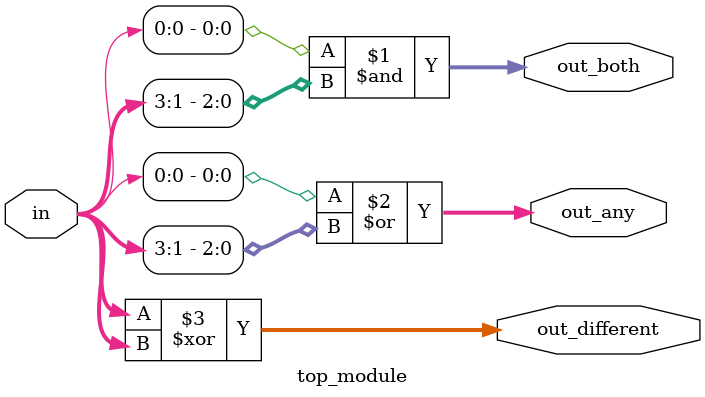
<source format=sv>
module top_module (
    input [3:0] in,
    output [2:0] out_both,
    output [3:0] out_any,
    output [3:0] out_different
);

    assign out_both = in[0] & in[3:1];
    assign out_any = in[0] | in[3:1];
    assign out_different = in ^ {in[3:1], in[0]};

endmodule

</source>
